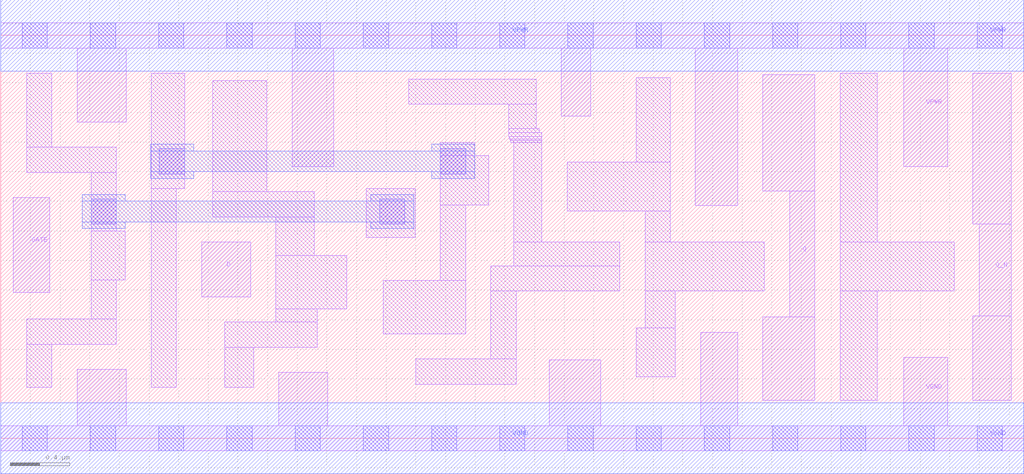
<source format=lef>
# Copyright 2020 The SkyWater PDK Authors
#
# Licensed under the Apache License, Version 2.0 (the "License");
# you may not use this file except in compliance with the License.
# You may obtain a copy of the License at
#
#     https://www.apache.org/licenses/LICENSE-2.0
#
# Unless required by applicable law or agreed to in writing, software
# distributed under the License is distributed on an "AS IS" BASIS,
# WITHOUT WARRANTIES OR CONDITIONS OF ANY KIND, either express or implied.
# See the License for the specific language governing permissions and
# limitations under the License.
#
# SPDX-License-Identifier: Apache-2.0

VERSION 5.7 ;
  NAMESCASESENSITIVE ON ;
  NOWIREEXTENSIONATPIN ON ;
  DIVIDERCHAR "/" ;
  BUSBITCHARS "[]" ;
UNITS
  DATABASE MICRONS 200 ;
END UNITS
MACRO sky130_fd_sc_hd__dlxbp_1
  CLASS CORE ;
  SOURCE USER ;
  FOREIGN sky130_fd_sc_hd__dlxbp_1 ;
  ORIGIN  0.000000  0.000000 ;
  SIZE  6.900000 BY  2.720000 ;
  SYMMETRY X Y R90 ;
  SITE unithd ;
  PIN D
    ANTENNAGATEAREA  0.159000 ;
    DIRECTION INPUT ;
    USE SIGNAL ;
    PORT
      LAYER li1 ;
        RECT 1.355000 0.955000 1.685000 1.325000 ;
    END
  END D
  PIN Q
    ANTENNADIFFAREA  0.429000 ;
    DIRECTION OUTPUT ;
    USE SIGNAL ;
    PORT
      LAYER li1 ;
        RECT 5.140000 0.255000 5.490000 0.820000 ;
        RECT 5.140000 1.670000 5.490000 2.455000 ;
        RECT 5.320000 0.820000 5.490000 1.670000 ;
    END
  END Q
  PIN Q_N
    ANTENNADIFFAREA  0.429000 ;
    DIRECTION OUTPUT ;
    USE SIGNAL ;
    PORT
      LAYER li1 ;
        RECT 6.555000 0.255000 6.815000 0.825000 ;
        RECT 6.555000 1.445000 6.815000 2.465000 ;
        RECT 6.600000 0.825000 6.815000 1.445000 ;
    END
  END Q_N
  PIN GATE
    ANTENNAGATEAREA  0.159000 ;
    DIRECTION INPUT ;
    USE CLOCK ;
    PORT
      LAYER li1 ;
        RECT 0.085000 0.985000 0.330000 1.625000 ;
    END
  END GATE
  PIN VGND
    DIRECTION INOUT ;
    SHAPE ABUTMENT ;
    USE GROUND ;
    PORT
      LAYER li1 ;
        RECT 0.000000 -0.085000 6.900000 0.085000 ;
        RECT 0.515000  0.085000 0.845000 0.465000 ;
        RECT 1.875000  0.085000 2.205000 0.445000 ;
        RECT 3.700000  0.085000 4.045000 0.530000 ;
        RECT 4.720000  0.085000 4.970000 0.715000 ;
        RECT 6.090000  0.085000 6.385000 0.545000 ;
      LAYER mcon ;
        RECT 0.145000 -0.085000 0.315000 0.085000 ;
        RECT 0.605000 -0.085000 0.775000 0.085000 ;
        RECT 1.065000 -0.085000 1.235000 0.085000 ;
        RECT 1.525000 -0.085000 1.695000 0.085000 ;
        RECT 1.985000 -0.085000 2.155000 0.085000 ;
        RECT 2.445000 -0.085000 2.615000 0.085000 ;
        RECT 2.905000 -0.085000 3.075000 0.085000 ;
        RECT 3.365000 -0.085000 3.535000 0.085000 ;
        RECT 3.825000 -0.085000 3.995000 0.085000 ;
        RECT 4.285000 -0.085000 4.455000 0.085000 ;
        RECT 4.745000 -0.085000 4.915000 0.085000 ;
        RECT 5.205000 -0.085000 5.375000 0.085000 ;
        RECT 5.665000 -0.085000 5.835000 0.085000 ;
        RECT 6.125000 -0.085000 6.295000 0.085000 ;
        RECT 6.585000 -0.085000 6.755000 0.085000 ;
      LAYER met1 ;
        RECT 0.000000 -0.240000 6.900000 0.240000 ;
    END
  END VGND
  PIN VPWR
    DIRECTION INOUT ;
    SHAPE ABUTMENT ;
    USE POWER ;
    PORT
      LAYER li1 ;
        RECT 0.000000 2.635000 6.900000 2.805000 ;
        RECT 0.515000 2.135000 0.845000 2.635000 ;
        RECT 1.965000 1.835000 2.245000 2.635000 ;
        RECT 3.780000 2.175000 3.980000 2.635000 ;
        RECT 4.685000 1.570000 4.970000 2.635000 ;
        RECT 6.090000 1.835000 6.385000 2.635000 ;
      LAYER mcon ;
        RECT 0.145000 2.635000 0.315000 2.805000 ;
        RECT 0.605000 2.635000 0.775000 2.805000 ;
        RECT 1.065000 2.635000 1.235000 2.805000 ;
        RECT 1.525000 2.635000 1.695000 2.805000 ;
        RECT 1.985000 2.635000 2.155000 2.805000 ;
        RECT 2.445000 2.635000 2.615000 2.805000 ;
        RECT 2.905000 2.635000 3.075000 2.805000 ;
        RECT 3.365000 2.635000 3.535000 2.805000 ;
        RECT 3.825000 2.635000 3.995000 2.805000 ;
        RECT 4.285000 2.635000 4.455000 2.805000 ;
        RECT 4.745000 2.635000 4.915000 2.805000 ;
        RECT 5.205000 2.635000 5.375000 2.805000 ;
        RECT 5.665000 2.635000 5.835000 2.805000 ;
        RECT 6.125000 2.635000 6.295000 2.805000 ;
        RECT 6.585000 2.635000 6.755000 2.805000 ;
      LAYER met1 ;
        RECT 0.000000 2.480000 6.900000 2.960000 ;
    END
  END VPWR
  OBS
    LAYER li1 ;
      RECT 0.175000 0.345000 0.345000 0.635000 ;
      RECT 0.175000 0.635000 0.780000 0.805000 ;
      RECT 0.175000 1.795000 0.780000 1.965000 ;
      RECT 0.175000 1.965000 0.345000 2.465000 ;
      RECT 0.610000 0.805000 0.780000 1.070000 ;
      RECT 0.610000 1.070000 0.840000 1.400000 ;
      RECT 0.610000 1.400000 0.780000 1.795000 ;
      RECT 1.015000 0.345000 1.185000 1.685000 ;
      RECT 1.015000 1.685000 1.240000 2.465000 ;
      RECT 1.430000 1.495000 2.115000 1.665000 ;
      RECT 1.430000 1.665000 1.795000 2.415000 ;
      RECT 1.510000 0.345000 1.705000 0.615000 ;
      RECT 1.510000 0.615000 2.135000 0.785000 ;
      RECT 1.855000 0.785000 2.135000 0.875000 ;
      RECT 1.855000 0.875000 2.335000 1.235000 ;
      RECT 1.855000 1.235000 2.115000 1.495000 ;
      RECT 2.465000 1.355000 2.795000 1.685000 ;
      RECT 2.580000 0.705000 3.135000 1.065000 ;
      RECT 2.750000 2.255000 3.610000 2.425000 ;
      RECT 2.800000 0.365000 3.475000 0.535000 ;
      RECT 2.965000 1.065000 3.135000 1.575000 ;
      RECT 2.965000 1.575000 3.290000 1.910000 ;
      RECT 2.965000 1.910000 3.195000 1.995000 ;
      RECT 3.305000 0.535000 3.475000 0.995000 ;
      RECT 3.305000 0.995000 4.175000 1.165000 ;
      RECT 3.425000 2.035000 3.650000 2.065000 ;
      RECT 3.425000 2.065000 3.630000 2.090000 ;
      RECT 3.425000 2.090000 3.610000 2.255000 ;
      RECT 3.430000 2.020000 3.650000 2.035000 ;
      RECT 3.435000 2.010000 3.650000 2.020000 ;
      RECT 3.440000 1.995000 3.650000 2.010000 ;
      RECT 3.460000 1.165000 4.175000 1.325000 ;
      RECT 3.460000 1.325000 3.650000 1.995000 ;
      RECT 3.820000 1.535000 4.515000 1.865000 ;
      RECT 4.285000 0.415000 4.550000 0.745000 ;
      RECT 4.285000 1.865000 4.515000 2.435000 ;
      RECT 4.345000 0.745000 4.550000 0.995000 ;
      RECT 4.345000 0.995000 5.150000 1.325000 ;
      RECT 4.345000 1.325000 4.515000 1.535000 ;
      RECT 5.660000 0.255000 5.910000 0.995000 ;
      RECT 5.660000 0.995000 6.430000 1.325000 ;
      RECT 5.660000 1.325000 5.910000 2.465000 ;
    LAYER mcon ;
      RECT 0.610000 1.445000 0.780000 1.615000 ;
      RECT 1.070000 1.785000 1.240000 1.955000 ;
      RECT 2.555000 1.445000 2.725000 1.615000 ;
      RECT 2.965000 1.785000 3.135000 1.955000 ;
    LAYER met1 ;
      RECT 0.550000 1.415000 0.840000 1.460000 ;
      RECT 0.550000 1.460000 2.785000 1.600000 ;
      RECT 0.550000 1.600000 0.840000 1.645000 ;
      RECT 1.010000 1.755000 1.300000 1.800000 ;
      RECT 1.010000 1.800000 3.195000 1.940000 ;
      RECT 1.010000 1.940000 1.300000 1.985000 ;
      RECT 2.495000 1.415000 2.785000 1.460000 ;
      RECT 2.495000 1.600000 2.785000 1.645000 ;
      RECT 2.905000 1.755000 3.195000 1.800000 ;
      RECT 2.905000 1.940000 3.195000 1.985000 ;
  END
END sky130_fd_sc_hd__dlxbp_1

</source>
